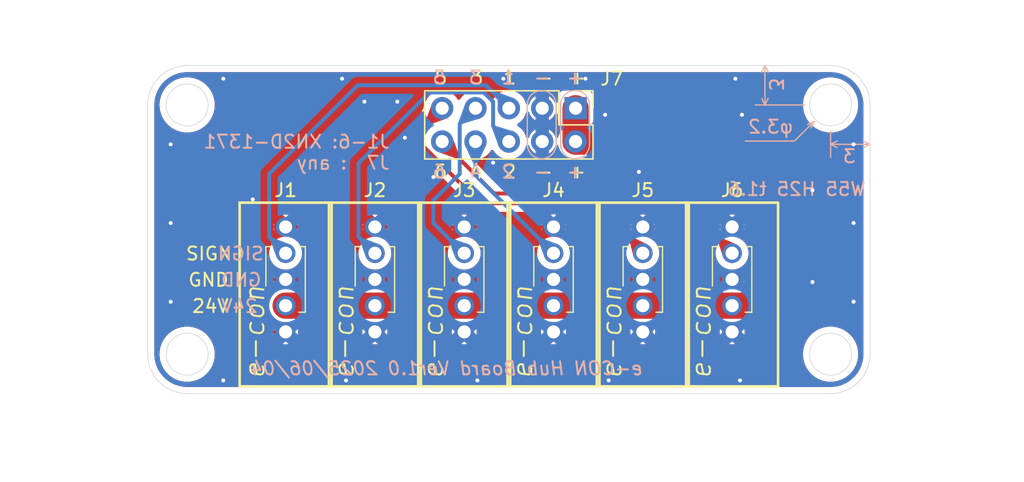
<source format=kicad_pcb>
(kicad_pcb (version 20240108) (generator "pcbnew") (generator_version "8.0")
  (layers (0 "F.Cu" signal) (31 "B.Cu" signal) (34 "B.Paste" user) (35 "F.Paste" user) (36 "B.SilkS" user "B.Silkscreen") (37 "F.SilkS" user "F.Silkscreen") (38 "B.Mask" user) (39 "F.Mask" user) (44 "Edge.Cuts" user))
  (net 0 "")
  (net 1 "GND")
  (net 2 "+24V")
  (net 3 "Net-(J7-Pin_5)")
  (net 4 "Net-(J7-Pin_6)")
  (net 5 "Net-(J7-Pin_7)")
  (net 6 "Net-(J7-Pin_8)")
  (net 7 "Net-(J7-Pin_9)")
  (net 8 "Net-(J7-Pin_10)")
  (footprint "SamacSys_Parts:XN2D-1371" (layer "F.Cu") (at 151.1 99.3)
    (property "Reference" "J3" (at 0 -6.8 0) (layer "F.SilkS"))
    (property "Value" "~")
    (fp_line (start -1.5 -2.5) (end -1.5 0.5) (stroke (width 0.1)) (layer "F.SilkS"))
    (fp_line (start -1 -2.5) (end -1.5 -2.5) (stroke (width 0.1)) (layer "F.SilkS"))
    (fp_line (start 1 -2.5) (end 1.5 -2.5) (stroke (width 0.1)) (layer "F.SilkS"))
    (fp_line (start 1.5 -2.5) (end 1.5 2.5) (stroke (width 0.1)) (layer "F.SilkS"))
    (fp_line (start 1.5 2.5) (end 1 2.5) (stroke (width 0.1)) (layer "F.SilkS"))
    (fp_rect (start -3.5 -5.85) (end 3.5 8.15) (stroke (width 0.2)) (fill none) (layer "F.SilkS"))
    (fp_text user "e-con" (at -1.5 7.65 90) (layer "F.SilkS") (effects (font (size 1.5 1.5) (thickness 0.15) (italic yes)) (justify left bottom)))
    (pad "24V" thru_hole circle (at 0 2) (size 1.5 1.5) (drill 1) (layers "*.Cu" "*.Mask") (net 2 "+24V"))
    (pad "GND" thru_hole circle (at 0 0) (size 1.5 1.5) (drill 1) (layers "*.Cu" "*.Mask") (net 1 "GND"))
    (pad "NC" thru_hole circle (at 0 -4) (size 1.5 1.5) (drill 1) (layers "*.Cu" "*.Mask") (net 1 "GND"))
    (pad "NC" thru_hole circle (at 0 4) (size 1.5 1.5) (drill 1) (layers "*.Cu" "*.Mask") (net 1 "GND"))
    (pad "Sign" thru_hole circle (at 0 -2) (size 1.5 1.5) (drill 1) (layers "*.Cu" "*.Mask") (net 5 "Net-(J7-Pin_7)"))
  )
  (footprint "SamacSys_Parts:XN2D-1371" (layer "F.Cu") (at 164.7 99.3)
    (property "Reference" "J5" (at 0 -6.8 0) (layer "F.SilkS"))
    (property "Value" "~")
    (fp_line (start -1.5 -2.5) (end -1.5 0.5) (stroke (width 0.1)) (layer "F.SilkS"))
    (fp_line (start -1 -2.5) (end -1.5 -2.5) (stroke (width 0.1)) (layer "F.SilkS"))
    (fp_line (start 1 -2.5) (end 1.5 -2.5) (stroke (width 0.1)) (layer "F.SilkS"))
    (fp_line (start 1.5 -2.5) (end 1.5 2.5) (stroke (width 0.1)) (layer "F.SilkS"))
    (fp_line (start 1.5 2.5) (end 1 2.5) (stroke (width 0.1)) (layer "F.SilkS"))
    (fp_rect (start -3.5 -5.85) (end 3.5 8.15) (stroke (width 0.2)) (fill none) (layer "F.SilkS"))
    (fp_text user "e-con" (at -1.5 7.65 90) (layer "F.SilkS") (effects (font (size 1.5 1.5) (thickness 0.15) (italic yes)) (justify left bottom)))
    (pad "24V" thru_hole circle (at 0 2) (size 1.5 1.5) (drill 1) (layers "*.Cu" "*.Mask") (net 2 "+24V"))
    (pad "GND" thru_hole circle (at 0 0) (size 1.5 1.5) (drill 1) (layers "*.Cu" "*.Mask") (net 1 "GND"))
    (pad "NC" thru_hole circle (at 0 -4) (size 1.5 1.5) (drill 1) (layers "*.Cu" "*.Mask") (net 1 "GND"))
    (pad "NC" thru_hole circle (at 0 4) (size 1.5 1.5) (drill 1) (layers "*.Cu" "*.Mask") (net 1 "GND"))
    (pad "Sign" thru_hole circle (at 0 -2) (size 1.5 1.5) (drill 1) (layers "*.Cu" "*.Mask") (net 7 "Net-(J7-Pin_9)"))
  )
  (footprint "SamacSys_Parts:XN2D-1371" (layer "F.Cu") (at 157.9 99.3)
    (property "Reference" "J4" (at 0 -6.8 0) (layer "F.SilkS"))
    (property "Value" "~")
    (fp_line (start -1.5 -2.5) (end -1.5 0.5) (stroke (width 0.1)) (layer "F.SilkS"))
    (fp_line (start -1 -2.5) (end -1.5 -2.5) (stroke (width 0.1)) (layer "F.SilkS"))
    (fp_line (start 1 -2.5) (end 1.5 -2.5) (stroke (width 0.1)) (layer "F.SilkS"))
    (fp_line (start 1.5 -2.5) (end 1.5 2.5) (stroke (width 0.1)) (layer "F.SilkS"))
    (fp_line (start 1.5 2.5) (end 1 2.5) (stroke (width 0.1)) (layer "F.SilkS"))
    (fp_rect (start -3.5 -5.85) (end 3.5 8.15) (stroke (width 0.2)) (fill none) (layer "F.SilkS"))
    (fp_text user "e-con" (at -1.5 7.65 90) (layer "F.SilkS") (effects (font (size 1.5 1.5) (thickness 0.15) (italic yes)) (justify left bottom)))
    (pad "24V" thru_hole circle (at 0 2) (size 1.5 1.5) (drill 1) (layers "*.Cu" "*.Mask") (net 2 "+24V"))
    (pad "GND" thru_hole circle (at 0 0) (size 1.5 1.5) (drill 1) (layers "*.Cu" "*.Mask") (net 1 "GND"))
    (pad "NC" thru_hole circle (at 0 -4) (size 1.5 1.5) (drill 1) (layers "*.Cu" "*.Mask") (net 1 "GND"))
    (pad "NC" thru_hole circle (at 0 4) (size 1.5 1.5) (drill 1) (layers "*.Cu" "*.Mask") (net 1 "GND"))
    (pad "Sign" thru_hole circle (at 0 -2) (size 1.5 1.5) (drill 1) (layers "*.Cu" "*.Mask") (net 6 "Net-(J7-Pin_8)"))
  )
  (footprint "SamacSys_Parts:XN2D-1371" (layer "F.Cu") (at 171.5 99.3)
    (property "Reference" "J6" (at 0 -6.8 0) (layer "F.SilkS"))
    (property "Value" "~")
    (fp_line (start -1.5 -2.5) (end -1.5 0.5) (stroke (width 0.1)) (layer "F.SilkS"))
    (fp_line (start -1 -2.5) (end -1.5 -2.5) (stroke (width 0.1)) (layer "F.SilkS"))
    (fp_line (start 1 -2.5) (end 1.5 -2.5) (stroke (width 0.1)) (layer "F.SilkS"))
    (fp_line (start 1.5 -2.5) (end 1.5 2.5) (stroke (width 0.1)) (layer "F.SilkS"))
    (fp_line (start 1.5 2.5) (end 1 2.5) (stroke (width 0.1)) (layer "F.SilkS"))
    (fp_rect (start -3.5 -5.85) (end 3.5 8.15) (stroke (width 0.2)) (fill none) (layer "F.SilkS"))
    (fp_text user "e-con" (at -1.5 7.65 90) (layer "F.SilkS") (effects (font (size 1.5 1.5) (thickness 0.15) (italic yes)) (justify left bottom)))
    (pad "24V" thru_hole circle (at 0 2) (size 1.5 1.5) (drill 1) (layers "*.Cu" "*.Mask") (net 2 "+24V"))
    (pad "GND" thru_hole circle (at 0 0) (size 1.5 1.5) (drill 1) (layers "*.Cu" "*.Mask") (net 1 "GND"))
    (pad "NC" thru_hole circle (at 0 -4) (size 1.5 1.5) (drill 1) (layers "*.Cu" "*.Mask") (net 1 "GND"))
    (pad "NC" thru_hole circle (at 0 4) (size 1.5 1.5) (drill 1) (layers "*.Cu" "*.Mask") (net 1 "GND"))
    (pad "Sign" thru_hole circle (at 0 -2) (size 1.5 1.5) (drill 1) (layers "*.Cu" "*.Mask") (net 8 "Net-(J7-Pin_10)"))
  )
  (footprint "Connector_PinHeader_2.54mm:PinHeader_2x05_P2.54mm_Vertical" (layer "F.Cu") (at 159.58 86.25 -90)
    (property "Reference" "J7" (at -2.25 -2.75 0) (layer "F.SilkS"))
    (property "Value" "XG4A-1031")
    (fp_line (start -1.33 11.49) (end 3.87 11.49) (stroke (width 0.12)) (layer "F.SilkS"))
    (fp_line (start -1.33 1.27) (end -1.33 11.49) (stroke (width 0.12)) (layer "F.SilkS"))
    (fp_line (start -1.33 1.27) (end 1.27 1.27) (stroke (width 0.12)) (layer "F.SilkS"))
    (fp_line (start 1.27 1.27) (end 1.27 -1.33) (stroke (width 0.12)) (layer "F.SilkS"))
    (fp_line (start -1.33 0) (end -1.33 -1.33) (stroke (width 0.12)) (layer "F.SilkS"))
    (fp_line (start -1.33 -1.33) (end 0 -1.33) (stroke (width 0.12)) (layer "F.SilkS"))
    (fp_line (start 1.27 -1.33) (end 3.87 -1.33) (stroke (width 0.12)) (layer "F.SilkS"))
    (fp_line (start 3.87 -1.33) (end 3.87 11.49) (stroke (width 0.12)) (layer "F.SilkS"))
    (pad "1" thru_hole rect (at 0 0 270) (size 1.7 1.7) (drill 1) (layers "*.Cu" "*.Mask") (net 2 "+24V"))
    (pad "2" thru_hole oval (at 2.54 0 270) (size 1.7 1.7) (drill 1) (layers "*.Cu" "*.Mask") (net 2 "+24V"))
    (pad "3" thru_hole oval (at 0 2.54 270) (size 1.7 1.7) (drill 1) (layers "*.Cu" "*.Mask") (net 1 "GND"))
    (pad "4" thru_hole oval (at 2.54 2.54 270) (size 1.7 1.7) (drill 1) (layers "*.Cu" "*.Mask") (net 1 "GND"))
    (pad "5" thru_hole oval (at 0 5.08 270) (size 1.7 1.7) (drill 1) (layers "*.Cu" "*.Mask") (net 3 "Net-(J7-Pin_5)"))
    (pad "6" thru_hole oval (at 2.54 5.08 270) (size 1.7 1.7) (drill 1) (layers "*.Cu" "*.Mask") (net 4 "Net-(J7-Pin_6)"))
    (pad "7" thru_hole oval (at 0 7.62 270) (size 1.7 1.7) (drill 1) (layers "*.Cu" "*.Mask") (net 5 "Net-(J7-Pin_7)"))
    (pad "8" thru_hole oval (at 2.54 7.62 270) (size 1.7 1.7) (drill 1) (layers "*.Cu" "*.Mask") (net 6 "Net-(J7-Pin_8)"))
    (pad "9" thru_hole oval (at 0 10.16 270) (size 1.7 1.7) (drill 1) (layers "*.Cu" "*.Mask") (net 7 "Net-(J7-Pin_9)"))
    (pad "10" thru_hole oval (at 2.54 10.16 270) (size 1.7 1.7) (drill 1) (layers "*.Cu" "*.Mask") (net 8 "Net-(J7-Pin_10)"))
  )
  (footprint "SamacSys_Parts:XN2D-1371" (layer "F.Cu") (at 144.3 99.3)
    (property "Reference" "J2" (at 0 -6.8 0) (layer "F.SilkS"))
    (property "Value" "~")
    (fp_line (start -1.5 -2.5) (end -1.5 0.5) (stroke (width 0.1)) (layer "F.SilkS"))
    (fp_line (start -1 -2.5) (end -1.5 -2.5) (stroke (width 0.1)) (layer "F.SilkS"))
    (fp_line (start 1 -2.5) (end 1.5 -2.5) (stroke (width 0.1)) (layer "F.SilkS"))
    (fp_line (start 1.5 -2.5) (end 1.5 2.5) (stroke (width 0.1)) (layer "F.SilkS"))
    (fp_line (start 1.5 2.5) (end 1 2.5) (stroke (width 0.1)) (layer "F.SilkS"))
    (fp_rect (start -3.5 -5.85) (end 3.5 8.15) (stroke (width 0.2)) (fill none) (layer "F.SilkS"))
    (fp_text user "e-con" (at -1.5 7.65 90) (layer "F.SilkS") (effects (font (size 1.5 1.5) (thickness 0.15) (italic yes)) (justify left bottom)))
    (pad "24V" thru_hole circle (at 0 2) (size 1.5 1.5) (drill 1) (layers "*.Cu" "*.Mask") (net 2 "+24V"))
    (pad "GND" thru_hole circle (at 0 0) (size 1.5 1.5) (drill 1) (layers "*.Cu" "*.Mask") (net 1 "GND"))
    (pad "NC" thru_hole circle (at 0 -4) (size 1.5 1.5) (drill 1) (layers "*.Cu" "*.Mask") (net 1 "GND"))
    (pad "NC" thru_hole circle (at 0 4) (size 1.5 1.5) (drill 1) (layers "*.Cu" "*.Mask") (net 1 "GND"))
    (pad "Sign" thru_hole circle (at 0 -2) (size 1.5 1.5) (drill 1) (layers "*.Cu" "*.Mask") (net 4 "Net-(J7-Pin_6)"))
  )
  (footprint "SamacSys_Parts:XN2D-1371" (layer "F.Cu") (at 137.5 99.3)
    (property "Reference" "J1" (at 0 -6.8 0) (layer "F.SilkS"))
    (property "Value" "~")
    (fp_line (start -1.5 -2.5) (end -1.5 0.5) (stroke (width 0.1)) (layer "F.SilkS"))
    (fp_line (start -1 -2.5) (end -1.5 -2.5) (stroke (width 0.1)) (layer "F.SilkS"))
    (fp_line (start 1 -2.5) (end 1.5 -2.5) (stroke (width 0.1)) (layer "F.SilkS"))
    (fp_line (start 1.5 -2.5) (end 1.5 2.5) (stroke (width 0.1)) (layer "F.SilkS"))
    (fp_line (start 1.5 2.5) (end 1 2.5) (stroke (width 0.1)) (layer "F.SilkS"))
    (fp_rect (start -3.5 -5.85) (end 3.5 8.15) (stroke (width 0.2)) (fill none) (layer "F.SilkS"))
    (fp_text user "e-con" (at -1.5 7.65 90) (layer "F.SilkS") (effects (font (size 1.5 1.5) (thickness 0.15) (italic yes)) (justify left bottom)))
    (pad "24V" thru_hole circle (at 0 2) (size 1.5 1.5) (drill 1) (layers "*.Cu" "*.Mask") (net 2 "+24V"))
    (pad "GND" thru_hole circle (at 0 0) (size 1.5 1.5) (drill 1) (layers "*.Cu" "*.Mask") (net 1 "GND"))
    (pad "NC" thru_hole circle (at 0 -4) (size 1.5 1.5) (drill 1) (layers "*.Cu" "*.Mask") (net 1 "GND"))
    (pad "NC" thru_hole circle (at 0 4) (size 1.5 1.5) (drill 1) (layers "*.Cu" "*.Mask") (net 1 "GND"))
    (pad "Sign" thru_hole circle (at 0 -2) (size 1.5 1.5) (drill 1) (layers "*.Cu" "*.Mask") (net 3 "Net-(J7-Pin_5)"))
  )
  (gr_line (start 174 86) (end 173.75 85.5) (stroke (width 0.1)) (layer "B.SilkS"))
  (gr_line (start 176.25 88.75) (end 172.5 88.75) (stroke (width 0.1)) (layer "B.SilkS"))
  (gr_line (start 182 89) (end 181.5 89.25) (stroke (width 0.1)) (layer "B.SilkS"))
  (gr_arc (start 160.64 89) (mid 159.54 90.1) (end 158.44 89) (stroke (width 0.1)) (layer "B.SilkS"))
  (gr_line (start 179 89) (end 179.5 88.75) (stroke (width 0.1)) (layer "B.SilkS"))
  (gr_line (start 174 86) (end 174 83) (stroke (width 0.1)) (layer "B.SilkS"))
  (gr_line (start 179 89) (end 182 89) (stroke (width 0.1)) (layer "B.SilkS"))
  (gr_line (start 177.75 87.25) (end 177.25 87.5) (stroke (width 0.1)) (layer "B.SilkS"))
  (gr_line (start 174 86) (end 174.25 85.5) (stroke (width 0.1)) (layer "B.SilkS"))
  (gr_line (start 179 88) (end 179 90) (stroke (width 0.1)) (layer "B.SilkS"))
  (gr_line (start 177.75 87.25) (end 176.25 88.75) (stroke (width 0.1)) (layer "B.SilkS"))
  (gr_line (start 174 83) (end 174.25 83.5) (stroke (width 0.1)) (layer "B.SilkS"))
  (gr_line (start 158.1 89) (end 158.1 86) (stroke (width 0.1)) (layer "B.SilkS"))
  (gr_line (start 177.75 87.25) (end 177.5 87.75) (stroke (width 0.1)) (layer "B.SilkS"))
  (gr_line (start 177 86) (end 173.25 86) (stroke (width 0.1)) (layer "B.SilkS"))
  (gr_arc (start 158.1 89) (mid 157 90.1) (end 155.9 89) (stroke (width 0.1)) (layer "B.SilkS"))
  (gr_line (start 158.44 86) (end 158.44 89) (stroke (width 0.1)) (layer "B.SilkS"))
  (gr_arc (start 155.9 86) (mid 157 84.9) (end 158.1 86) (stroke (width 0.1)) (layer "B.SilkS"))
  (gr_line (start 160.64 89) (end 160.64 86) (stroke (width 0.1)) (layer "B.SilkS"))
  (gr_line (start 179 89) (end 179.5 89.25) (stroke (width 0.1)) (layer "B.SilkS"))
  (gr_arc (start 158.44 86) (mid 159.54 84.9) (end 160.64 86) (stroke (width 0.1)) (layer "B.SilkS"))
  (gr_line (start 174 83) (end 173.75 83.5) (stroke (width 0.1)) (layer "B.SilkS"))
  (gr_line (start 155.9 86) (end 155.9 89) (stroke (width 0.1)) (layer "B.SilkS"))
  (gr_line (start 182 89) (end 181.5 88.75) (stroke (width 0.1)) (layer "B.SilkS"))
  (gr_line (start 179 108) (end 130 108) (stroke (width 0.05)) (layer "Edge.Cuts"))
  (gr_line (start 182 86) (end 182 105) (stroke (width 0.05)) (layer "Edge.Cuts"))
  (gr_arc (start 127 86) (mid 127.87868 83.87868) (end 130 83) (stroke (width 0.05)) (layer "Edge.Cuts"))
  (gr_circle (center 130 86) (end 131.6 86) (stroke (width 0.05)) (fill none) (layer "Edge.Cuts"))
  (gr_line (start 127 105) (end 127 86) (stroke (width 0.05)) (layer "Edge.Cuts"))
  (gr_arc (start 179 83) (mid 181.12132 83.87868) (end 182 86) (stroke (width 0.05)) (layer "Edge.Cuts"))
  (gr_arc (start 130 108) (mid 127.87868 107.12132) (end 127 105) (stroke (width 0.05)) (layer "Edge.Cuts"))
  (gr_arc (start 182 105) (mid 181.12132 107.12132) (end 179 108) (stroke (width 0.05)) (layer "Edge.Cuts"))
  (gr_line (start 130 83) (end 179 83) (stroke (width 0.05)) (layer "Edge.Cuts"))
  (gr_circle (center 130 105) (end 131.6 105) (stroke (width 0.05)) (fill none) (layer "Edge.Cuts"))
  (gr_circle (center 179 86) (end 180.6 86) (stroke (width 0.05)) (fill none) (layer "Edge.Cuts"))
  (gr_circle (center 179 105) (end 180.6 105) (stroke (width 0.05)) (fill none) (layer "Edge.Cuts"))
  (gr_text "W55 H25 t1.6" (at 181.75 93 0) (layer "B.SilkS") (effects (font (size 1 1)) (justify left bottom mirror)))
  (gr_text "1" (at 155 84.5 0) (layer "B.SilkS") (effects (font (size 1 1)) (justify left bottom mirror)))
  (gr_text "e-CON Hub Board Ver1.0 2025/06/04" (at 134.75 105.5 0) (layer "B.SilkS") (effects (font (size 1 1) (thickness 0.15) (italic yes)) (justify right top mirror)))
  (gr_text "24V" (at 132.5 100.75 -0) (layer "B.SilkS") (effects (font (size 1 1)) (justify right top mirror)))
  (gr_text "3" (at 174.25 85 -90) (layer "B.SilkS") (effects (font (size 1 1)) (justify left bottom mirror)))
  (gr_text "-" (at 157.75 90.5 0) (layer "B.SilkS") (effects (font (size 1 1)) (justify left top mirror)))
  (gr_text "SIGN" (at 132.25 96.75 -0) (layer "B.SilkS") (effects (font (size 1 1)) (justify right top mirror)))
  (gr_text "3" (at 152.5 84.5 0) (layer "B.SilkS") (effects (font (size 1 1)) (justify left bottom mirror)))
  (gr_text "J1-6: XN2D-1371\nJ7  : any" (at 145.5 91 0) (layer "B.SilkS") (effects (font (size 1 1)) (justify left bottom mirror)))
  (gr_text "-" (at 157.75 84.5 0) (layer "B.SilkS") (effects (font (size 1 1)) (justify left bottom mirror)))
  (gr_text "3" (at 181 90.5 0) (layer "B.SilkS") (effects (font (size 1 1)) (justify left bottom mirror)))
  (gr_text "5" (at 149.75 84.5 0) (layer "B.SilkS") (effects (font (size 1 1)) (justify left bottom mirror)))
  (gr_text "+" (at 160.25 90.5 0) (layer "B.SilkS") (effects (font (size 1 1)) (justify left top mirror)))
  (gr_text "6" (at 149.75 90.5 0) (layer "B.SilkS") (effects (font (size 1 1)) (justify left top mirror)))
  (gr_text "GND" (at 132.5 98.75 -0) (layer "B.SilkS") (effects (font (size 1 1)) (justify right top mirror)))
  (gr_text "2" (at 155 90.5 0) (layer "B.SilkS") (effects (font (size 1 1)) (justify left top mirror)))
  (gr_text "φ3.2" (at 176.25 88.25 0) (layer "B.SilkS") (effects (font (size 1 1)) (justify left bottom mirror)))
  (gr_text "+" (at 160.25 84.5 0) (layer "B.SilkS") (effects (font (size 1 1)) (justify left bottom mirror)))
  (gr_text "4" (at 152.5 90.5 0) (layer "B.SilkS") (effects (font (size 1 1)) (justify left top mirror)))
  (gr_text "4" (at 151.5 90.5 0) (layer "F.SilkS") (effects (font (size 1 1)) (justify left top)))
  (gr_text "+" (at 159 84.5 0) (layer "F.SilkS") (effects (font (size 1 1)) (justify left bottom)))
  (gr_text "2" (at 154 90.5 0) (layer "F.SilkS") (effects (font (size 1 1)) (justify left top)))
  (gr_text "GND" (at 133.25 98.75 0) (layer "F.SilkS") (effects (font (size 1 1)) (justify right top)))
  (gr_text "5" (at 148.75 84.5 0) (layer "F.SilkS") (effects (font (size 1 1)) (justify left bottom)))
  (gr_text "24V" (at 133.25 100.75 0) (layer "F.SilkS") (effects (font (size 1 1)) (justify right top)))
  (gr_text "3" (at 151.5 84.5 0) (layer "F.SilkS") (effects (font (size 1 1)) (justify left bottom)))
  (gr_text "+" (at 159 90.5 0) (layer "F.SilkS") (effects (font (size 1 1)) (justify left top)))
  (gr_text "SIGN" (at 133.5 96.75 0) (layer "F.SilkS") (effects (font (size 1 1)) (justify right top)))
  (gr_text "1" (at 154 84.5 0) (layer "F.SilkS") (effects (font (size 1 1)) (justify left bottom)))
  (gr_text "6" (at 148.75 90.5 0) (layer "F.SilkS") (effects (font (size 1 1)) (justify left top)))
  (gr_text "-" (at 156.5 90.5 0) (layer "F.SilkS") (effects (font (size 1 1)) (justify left top)))
  (gr_text "-" (at 156.5 84.5 0) (layer "F.SilkS") (effects (font (size 1 1)) (justify left bottom)))
  (segment (start 134.9 98.7) (end 135.5 99.3) (width 0.3) (layer "F.Cu") (net 1))
  (segment (start 172.35 92) (end 158.83 92) (width 0.3) (layer "F.Cu") (net 1))
  (segment (start 171.5 99.3) (end 172.4 99.3) (width 0.3) (layer "F.Cu") (net 1))
  (segment (start 137.5 95.3) (end 136.1 95.3) (width 0.3) (layer "F.Cu") (net 1))
  (segment (start 135.2 103.3) (end 137.5 103.3) (width 0.3) (layer "F.Cu") (net 1))
  (segment (start 137.5 99.3) (end 171.5 99.3) (width 0.5) (layer "F.Cu") (net 1))
  (segment (start 172.4 99.3) (end 173.6 98.1) (width 0.3) (layer "F.Cu") (net 1))
  (segment (start 135 99.6) (end 135 103.1) (width 0.3) (layer "F.Cu") (net 1))
  (segment (start 136.1 95.3) (end 134.9 96.5) (width 0.3) (layer "F.Cu") (net 1))
  (segment (start 135 103.1) (end 135.2 103.3) (width 0.3) (layer "F.Cu") (net 1))
  (segment (start 137.5 99.3) (end 135.3 99.3) (width 0.3) (layer "F.Cu") (net 1))
  (segment (start 135.5 99.3) (end 137.5 99.3) (width 0.3) (layer "F.Cu") (net 1))
  (segment (start 173.6 98.1) (end 173.6 93.25) (width 0.3) (layer "F.Cu") (net 1))
  (segment (start 134.9 96.5) (end 134.9 98.7) (width 0.3) (layer "F.Cu") (net 1))
  (segment (start 173.6 93.25) (end 172.35 92) (width 0.3) (layer "F.Cu") (net 1))
  (segment (start 157.04 90.21) (end 157.04 86.25) (width 0.3) (layer "F.Cu") (net 1))
  (segment (start 135.3 99.3) (end 135 99.6) (width 0.3) (layer "F.Cu") (net 1))
  (segment (start 158.83 92) (end 157.04 90.21) (width 0.3) (layer "F.Cu") (net 1))
  (segment (start 157.9 95.3) (end 137.5 95.3) (width 0.3) (layer "F.Cu") (net 1))
  (via (at 160.33 84) (size 0.6) (drill 0.3) (layers "F.Cu" "B.Cu") (net 1))
  (via (at 177.62132 99.5) (size 0.6) (drill 0.3) (layers "F.Cu" "B.Cu") (net 1))
  (via (at 152.1 107) (size 0.6) (drill 0.3) (layers "F.Cu" "B.Cu") (net 1))
  (via (at 153.3 90.4) (size 0.6) (drill 0.3) (layers "F.Cu" "B.Cu") (net 1))
  (via (at 161.83 86.75) (size 0.6) (drill 0.3) (layers "F.Cu" "B.Cu") (net 1))
  (via (at 180.75 101) (size 0.6) (drill 0.3) (layers "F.Cu" "B.Cu") (net 1))
  (via (at 154.08 84) (size 0.6) (drill 0.3) (layers "F.Cu" "B.Cu") (net 1))
  (via (at 180.75 95) (size 0.6) (drill 0.3) (layers "F.Cu" "B.Cu") (net 1))
  (via (at 128.75 89) (size 0.6) (drill 0.3) (layers "F.Cu" "B.Cu") (net 1))
  (via (at 146.58 88.5) (size 0.6) (drill 0.3) (layers "F.Cu" "B.Cu") (net 1))
  (via (at 128.75 95) (size 0.6) (drill 0.3) (layers "F.Cu" "B.Cu") (net 1))
  (via (at 172.25 86.75) (size 0.6) (drill 0.3) (layers "F.Cu" "B.Cu") (net 1))
  (via (at 171.75 84) (size 0.6) (drill 0.3) (layers "F.Cu" "B.Cu") (net 1))
  (via (at 148.75 91.5) (size 0.6) (drill 0.3) (layers "F.Cu" "B.Cu") (net 1))
  (via (at 177.62132 92.5) (size 0.6) (drill 0.3) (layers "F.Cu" "B.Cu") (net 1))
  (via (at 146 85.75) (size 0.6) (drill 0.3) (layers "F.Cu" "B.Cu") (net 1))
  (via (at 128.75 101) (size 0.6) (drill 0.3) (layers "F.Cu" "B.Cu") (net 1))
  (via (at 141.8 84) (size 0.6) (drill 0.3) (layers "F.Cu" "B.Cu") (net 1))
  (via (at 132.75 107) (size 0.6) (drill 0.3) (layers "F.Cu" "B.Cu") (net 1))
  (via (at 180.75 89) (size 0.6) (drill 0.3) (layers "F.Cu" "B.Cu") (net 1))
  (via (at 162.1 107) (size 0.6) (drill 0.3) (layers "F.Cu" "B.Cu") (net 1))
  (via (at 143.5 85.75) (size 0.6) (drill 0.3) (layers "F.Cu" "B.Cu") (net 1))
  (via (at 135 93.2) (size 0.6) (drill 0.3) (layers "F.Cu" "B.Cu") (net 1))
  (via (at 132.75 84) (size 0.6) (drill 0.3) (layers "F.Cu" "B.Cu") (net 1))
  (via (at 142.1 107) (size 0.6) (drill 0.3) (layers "F.Cu" "B.Cu") (net 1))
  (via (at 164.4 91.1) (size 0.6) (drill 0.3) (layers "F.Cu" "B.Cu") (net 1))
  (via (at 172.1 107) (size 0.6) (drill 0.3) (layers "F.Cu" "B.Cu") (net 1))
  (segment (start 172.7 99.3) (end 173.4 98.6) (width 0.3) (layer "B.Cu") (net 1))
  (segment (start 171.5 95.3) (end 157.9 95.3) (width 0.3) (layer "B.Cu") (net 1))
  (segment (start 173.4 98.6) (end 173.4 96.1) (width 0.3) (layer "B.Cu") (net 1))
  (segment (start 171.5 99.3) (end 172.7 99.3) (width 0.3) (layer "B.Cu") (net 1))
  (segment (start 173.4 96.1) (end 172.6 95.3) (width 0.3) (layer "B.Cu") (net 1))
  (segment (start 172.6 95.3) (end 171.5 95.3) (width 0.3) (layer "B.Cu") (net 1))
  (segment (start 159.58 86.25) (end 159.58 88.79) (width 2) (layer "F.Cu") (net 2))
  (segment (start 175.45 92.7) (end 175.45 98.95) (width 2) (layer "F.Cu") (net 2))
  (segment (start 175.45 98.95) (end 173.1 101.3) (width 2) (layer "F.Cu") (net 2))
  (segment (start 171.54 88.79) (end 175.45 92.7) (width 2) (layer "F.Cu") (net 2))
  (segment (start 159.58 88.79) (end 171.54 88.79) (width 2) (layer "F.Cu") (net 2))
  (segment (start 171.5 101.3) (end 137.5 101.3) (width 2) (layer "F.Cu") (net 2))
  (segment (start 173.1 101.3) (end 171.5 101.3) (width 2) (layer "F.Cu") (net 2))
  (segment (start 152.75 84.5) (end 142.999239 84.5) (width 0.3) (layer "B.Cu") (net 3))
  (segment (start 142.999239 84.5) (end 136.247567 91.251672) (width 0.3) (layer "B.Cu") (net 3))
  (segment (start 136.247567 96.047567) (end 137.5 97.3) (width 0.3) (layer "B.Cu") (net 3))
  (segment (start 154.5 86.25) (end 152.75 84.5) (width 0.3) (layer "B.Cu") (net 3))
  (segment (start 136.247567 91.251672) (end 136.247567 96.047567) (width 0.3) (layer "B.Cu") (net 3))
  (segment (start 153.3 85.757106) (end 152.771447 85.228553) (width 0.3) (layer "B.Cu") (net 4))
  (segment (start 152.771447 85.228553) (end 152.542894 85) (width 0.3) (layer "B.Cu") (net 4))
  (segment (start 143.047567 90.452433) (end 143.047567 96.047567) (width 0.3) (layer "B.Cu") (net 4))
  (segment (start 148.45 85.05) (end 143.047567 90.452433) (width 0.3) (layer "B.Cu") (net 4))
  (segment (start 154.5 88.79) (end 153.3 87.59) (width 0.3) (layer "B.Cu") (net 4))
  (segment (start 143.047567 96.047567) (end 144.3 97.3) (width 0.3) (layer "B.Cu") (net 4))
  (segment (start 152.771447 85.228553) (end 152.592894 85.05) (width 0.3) (layer "B.Cu") (net 4))
  (segment (start 152.592894 85.05) (end 148.45 85.05) (width 0.3) (layer "B.Cu") (net 4))
  (segment (start 153.3 87.59) (end 153.3 85.757106) (width 0.3) (layer "B.Cu") (net 4))
  (segment (start 148.75 93.27) (end 150.76 91.26) (width 0.3) (layer "B.Cu") (net 5))
  (segment (start 150.76 87.45) (end 151.96 86.25) (width 0.3) (layer "B.Cu") (net 5))
  (segment (start 150.76 91.26) (end 150.76 87.45) (width 0.3) (layer "B.Cu") (net 5))
  (segment (start 148.75 95) (end 148.75 93.27) (width 0.3) (layer "B.Cu") (net 5))
  (segment (start 151.1 97.3) (end 151.05 97.3) (width 0.3) (layer "B.Cu") (net 5))
  (segment (start 151.05 97.3) (end 148.75 95) (width 0.3) (layer "B.Cu") (net 5))
  (segment (start 151.96 91.36) (end 151.96 88.79) (width 0.3) (layer "B.Cu") (net 6))
  (segment (start 157.9 97.3) (end 151.96 91.36) (width 0.3) (layer "B.Cu") (net 6))
  (segment (start 164.7 97.3) (end 164.7 97.1) (width 0.3) (layer "F.Cu") (net 7))
  (segment (start 152.33 93.5) (end 147.83 89) (width 0.3) (layer "F.Cu") (net 7))
  (segment (start 147.83 87.84) (end 149.42 86.25) (width 0.3) (layer "F.Cu") (net 7))
  (segment (start 147.83 89) (end 147.83 87.84) (width 0.3) (layer "F.Cu") (net 7))
  (segment (start 164.7 97.1) (end 161.1 93.5) (width 0.3) (layer "F.Cu") (net 7))
  (segment (start 161.1 93.5) (end 152.33 93.5) (width 0.3) (layer "F.Cu") (net 7))
  (segment (start 171.5 97.2) (end 167.05 92.75) (width 0.3) (layer "F.Cu") (net 8))
  (segment (start 153.38 92.75) (end 149.42 88.79) (width 0.3) (layer "F.Cu") (net 8))
  (segment (start 167.05 92.75) (end 153.38 92.75) (width 0.3) (layer "F.Cu") (net 8))
  (zone (net 1) (net_name "GND") (layers "F&B.Cu") (connect_pads (clearance 0.5)) (min_thickness 0.25) (fill yes (thermal_gap 0.2) (thermal_bridge_width 1) (island_removal_mode 2) (island_area_min 100))
    (polygon (pts (xy 115.75 114.75) (xy 193.75 114.75) (xy 193.75 78) (xy 115.75 78)))
  )
)
</source>
